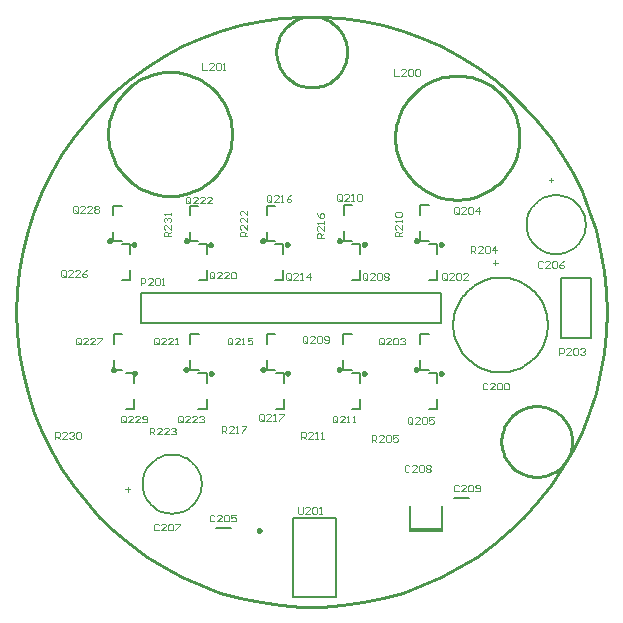
<source format=gto>
%FSDAX23Y23*%
%MOIN*%
%SFA1B1*%

%IPPOS*%
%ADD32C,0.007900*%
%ADD33C,0.009800*%
%ADD34C,0.010000*%
%ADD35C,0.003900*%
%LNdriver-1*%
%LPD*%
G54D32*
X03482Y03000D02*
D01*
X03482Y03010*
X03480Y03021*
X03479Y03032*
X03476Y03043*
X03473Y03053*
X03468Y03064*
X03464Y03073*
X03458Y03083*
X03452Y03092*
X03445Y03101*
X03438Y03109*
X03430Y03117*
X03421Y03124*
X03413Y03130*
X03403Y03136*
X03394Y03141*
X03384Y03146*
X03373Y03149*
X03363Y03152*
X03352Y03155*
X03341Y03156*
X03330Y03157*
X03319*
X03308Y03156*
X03297Y03155*
X03286Y03152*
X03276Y03149*
X03265Y03146*
X03255Y03141*
X03246Y03136*
X03236Y03130*
X03228Y03124*
X03219Y03117*
X03211Y03109*
X03204Y03101*
X03197Y03092*
X03191Y03083*
X03185Y03073*
X03181Y03064*
X03176Y03053*
X03173Y03043*
X03170Y03032*
X03169Y03021*
X03167Y03010*
X03167Y03000*
X03167Y02989*
X03169Y02978*
X03170Y02967*
X03173Y02956*
X03176Y02946*
X03181Y02935*
X03185Y02926*
X03191Y02916*
X03197Y02907*
X03204Y02898*
X03211Y02890*
X03219Y02882*
X03228Y02875*
X03236Y02869*
X03246Y02863*
X03255Y02858*
X03265Y02853*
X03276Y02850*
X03286Y02847*
X03297Y02844*
X03308Y02843*
X03319Y02842*
X03330*
X03341Y02843*
X03352Y02844*
X03363Y02847*
X03373Y02850*
X03384Y02853*
X03394Y02858*
X03403Y02863*
X03413Y02869*
X03421Y02875*
X03430Y02882*
X03438Y02890*
X03445Y02898*
X03452Y02907*
X03458Y02916*
X03464Y02926*
X03468Y02935*
X03473Y02946*
X03476Y02956*
X03479Y02967*
X03480Y02978*
X03482Y02989*
X03482Y03000*
X03608Y03335D02*
D01*
X03608Y03341*
X03607Y03348*
X03606Y03355*
X03604Y03362*
X03602Y03368*
X03599Y03375*
X03596Y03381*
X03593Y03387*
X03589Y03392*
X03585Y03398*
X03580Y03403*
X03575Y03408*
X03570Y03412*
X03565Y03416*
X03559Y03420*
X03553Y03423*
X03546Y03426*
X03540Y03428*
X03533Y03430*
X03527Y03431*
X03520Y03432*
X03513Y03433*
X03506*
X03499Y03432*
X03492Y03431*
X03486Y03430*
X03479Y03428*
X03473Y03426*
X03466Y03423*
X03460Y03420*
X03454Y03416*
X03449Y03412*
X03444Y03408*
X03439Y03403*
X03434Y03398*
X03430Y03392*
X03426Y03387*
X03423Y03381*
X03420Y03375*
X03417Y03368*
X03415Y03362*
X03413Y03355*
X03412Y03348*
X03411Y03341*
X03411Y03335*
X03411Y03328*
X03412Y03321*
X03413Y03314*
X03415Y03307*
X03417Y03301*
X03420Y03294*
X03423Y03288*
X03426Y03282*
X03430Y03277*
X03434Y03271*
X03439Y03266*
X03444Y03261*
X03449Y03257*
X03454Y03253*
X03460Y03249*
X03466Y03246*
X03473Y03243*
X03479Y03241*
X03486Y03239*
X03492Y03238*
X03499Y03237*
X03506Y03236*
X03513*
X03520Y03237*
X03527Y03238*
X03533Y03239*
X03540Y03241*
X03546Y03243*
X03553Y03246*
X03559Y03249*
X03565Y03253*
X03570Y03257*
X03575Y03261*
X03580Y03266*
X03585Y03271*
X03589Y03277*
X03593Y03282*
X03596Y03288*
X03599Y03294*
X03602Y03301*
X03604Y03307*
X03606Y03314*
X03607Y03321*
X03608Y03328*
X03608Y03335*
X02328Y02470D02*
D01*
X02328Y02476*
X02327Y02483*
X02326Y02490*
X02324Y02497*
X02322Y02503*
X02319Y02510*
X02316Y02516*
X02313Y02522*
X02309Y02527*
X02305Y02533*
X02300Y02538*
X02295Y02543*
X02290Y02547*
X02285Y02551*
X02279Y02555*
X02273Y02558*
X02266Y02561*
X02260Y02563*
X02253Y02565*
X02247Y02566*
X02240Y02567*
X02233Y02568*
X02226*
X02219Y02567*
X02212Y02566*
X02206Y02565*
X02199Y02563*
X02193Y02561*
X02186Y02558*
X02180Y02555*
X02174Y02551*
X02169Y02547*
X02164Y02543*
X02159Y02538*
X02154Y02533*
X02150Y02527*
X02146Y02522*
X02143Y02516*
X02140Y02510*
X02137Y02503*
X02135Y02497*
X02133Y02490*
X02132Y02483*
X02131Y02476*
X02131Y02470*
X02131Y02463*
X02132Y02456*
X02133Y02449*
X02135Y02442*
X02137Y02436*
X02140Y02429*
X02143Y02423*
X02146Y02417*
X02150Y02412*
X02154Y02406*
X02159Y02401*
X02164Y02396*
X02169Y02392*
X02174Y02388*
X02180Y02384*
X02186Y02381*
X02193Y02378*
X02199Y02376*
X02206Y02374*
X02212Y02373*
X02219Y02372*
X02226Y02371*
X02233*
X02240Y02372*
X02247Y02373*
X02253Y02374*
X02260Y02376*
X02266Y02378*
X02273Y02381*
X02279Y02384*
X02285Y02388*
X02290Y02392*
X02295Y02396*
X02300Y02401*
X02305Y02406*
X02309Y02412*
X02313Y02417*
X02316Y02423*
X02319Y02429*
X02322Y02436*
X02324Y02442*
X02326Y02449*
X02327Y02456*
X02328Y02463*
X02328Y02470*
X02125Y03005D02*
Y03105D01*
X03125*
Y03005D02*
Y03105D01*
X03050Y03005D02*
X03125D01*
X02125D02*
X03050D01*
X03169Y02424D02*
X03220D01*
X02374Y02324D02*
X02425D01*
X03021Y02312D02*
Y02397D01*
X03128Y02312D02*
Y02397D01*
X03021Y02312D02*
X03128D01*
X03021Y02320D02*
X03128D01*
X03525Y02955D02*
X03625D01*
X03525D02*
Y03155D01*
X03625*
Y02955D02*
Y03155D01*
X03085Y03269D02*
X03112D01*
Y03237D02*
Y03269D01*
X03085Y03150D02*
X03112D01*
Y03182*
X03057Y02850D02*
X03085D01*
X03057D02*
Y02882D01*
Y02969D02*
X03085D01*
X03057Y02937D02*
Y02969D01*
Y03280D02*
X03085D01*
X03057D02*
Y03312D01*
Y03399D02*
X03085D01*
X03057Y03367D02*
Y03399D01*
X03085Y02840D02*
X03112D01*
Y02808D02*
Y02840D01*
X03085Y02721D02*
X03112D01*
Y02753*
X02828Y03269D02*
X02855D01*
Y03237D02*
Y03269D01*
X02828Y03150D02*
X02855D01*
Y03182*
X02800Y02850D02*
X02828D01*
X02800D02*
Y02882D01*
Y02969D02*
X02828D01*
X02800Y02937D02*
Y02969D01*
X02801Y03280D02*
X02829D01*
X02801D02*
Y03312D01*
Y03399D02*
X02829D01*
X02801Y03367D02*
Y03399D01*
X02828Y02840D02*
X02855D01*
Y02808D02*
Y02840D01*
X02828Y02721D02*
X02855D01*
Y02753*
X02573Y03269D02*
X02600D01*
Y03237D02*
Y03269D01*
X02573Y03150D02*
X02600D01*
Y03182*
X02545Y02850D02*
X02573D01*
X02545D02*
Y02882D01*
Y02969D02*
X02573D01*
X02545Y02937D02*
Y02969D01*
X02544Y03279D02*
X02572D01*
X02544D02*
Y03311D01*
Y03398D02*
X02572D01*
X02544Y03366D02*
Y03398D01*
X02574Y02840D02*
X02601D01*
Y02808D02*
Y02840D01*
X02574Y02721D02*
X02601D01*
Y02753*
X02318Y03269D02*
X02345D01*
Y03237D02*
Y03269D01*
X02318Y03150D02*
X02345D01*
Y03182*
X02290Y02850D02*
X02318D01*
X02290D02*
Y02882D01*
Y02969D02*
X02318D01*
X02290Y02937D02*
Y02969D01*
X02288Y03279D02*
X02316D01*
X02288D02*
Y03311D01*
Y03398D02*
X02316D01*
X02288Y03366D02*
Y03398D01*
X02317Y02840D02*
X02344D01*
Y02808D02*
Y02840D01*
X02317Y02721D02*
X02344D01*
Y02753*
X02063Y03269D02*
X02090D01*
Y03237D02*
Y03269D01*
X02063Y03150D02*
X02090D01*
Y03182*
X02035Y02850D02*
X02063D01*
X02035D02*
Y02882D01*
Y02969D02*
X02063D01*
X02035Y02937D02*
Y02969D01*
X02033Y03279D02*
X02061D01*
X02033D02*
Y03311D01*
Y03398D02*
X02061D01*
X02033Y03366D02*
Y03398D01*
X02075Y02839D02*
X02102D01*
Y02807D02*
Y02839D01*
X02075Y02720D02*
X02102D01*
Y02752*
X02777Y02093D02*
Y02356D01*
X02632Y02093D02*
X02777D01*
X02632D02*
Y02356D01*
X02777*
G54D33*
X03386Y03625D02*
D01*
X03386Y03639*
X03384Y03653*
X03382Y03667*
X03378Y03681*
X03374Y03695*
X03368Y03709*
X03362Y03722*
X03355Y03734*
X03347Y03746*
X03338Y03757*
X03328Y03768*
X03318Y03778*
X03307Y03787*
X03295Y03796*
X03283Y03804*
X03270Y03810*
X03257Y03816*
X03243Y03821*
X03230Y03825*
X03215Y03828*
X03201Y03830*
X03187Y03831*
X03172*
X03158Y03830*
X03144Y03828*
X03129Y03825*
X03116Y03821*
X03102Y03816*
X03089Y03810*
X03076Y03804*
X03064Y03796*
X03052Y03787*
X03041Y03778*
X03031Y03768*
X03021Y03757*
X03012Y03746*
X03004Y03734*
X02997Y03722*
X02991Y03709*
X02985Y03695*
X02981Y03681*
X02977Y03667*
X02975Y03653*
X02973Y03639*
X02973Y03625*
X02973Y03610*
X02975Y03596*
X02977Y03582*
X02981Y03568*
X02985Y03554*
X02991Y03540*
X02997Y03527*
X03004Y03515*
X03012Y03503*
X03021Y03492*
X03031Y03481*
X03041Y03471*
X03052Y03462*
X03064Y03453*
X03076Y03445*
X03089Y03439*
X03102Y03433*
X03116Y03428*
X03129Y03424*
X03144Y03421*
X03158Y03419*
X03172Y03418*
X03187*
X03201Y03419*
X03215Y03421*
X03230Y03424*
X03243Y03428*
X03257Y03433*
X03270Y03439*
X03283Y03445*
X03295Y03453*
X03307Y03462*
X03318Y03471*
X03328Y03481*
X03338Y03492*
X03347Y03503*
X03355Y03515*
X03362Y03527*
X03368Y03540*
X03374Y03554*
X03378Y03568*
X03382Y03582*
X03384Y03596*
X03386Y03610*
X03386Y03625*
X02429Y03637D02*
D01*
X02429Y03651*
X02427Y03665*
X02425Y03679*
X02421Y03693*
X02417Y03707*
X02411Y03721*
X02405Y03734*
X02398Y03746*
X02390Y03758*
X02381Y03769*
X02371Y03780*
X02361Y03790*
X02350Y03799*
X02338Y03808*
X02326Y03816*
X02313Y03822*
X02300Y03828*
X02286Y03833*
X02273Y03837*
X02258Y03840*
X02244Y03842*
X02230Y03843*
X02215*
X02201Y03842*
X02187Y03840*
X02172Y03837*
X02159Y03833*
X02145Y03828*
X02132Y03822*
X02119Y03816*
X02107Y03808*
X02095Y03799*
X02084Y03790*
X02074Y03780*
X02064Y03769*
X02055Y03758*
X02047Y03746*
X02040Y03734*
X02034Y03721*
X02028Y03707*
X02024Y03693*
X02020Y03679*
X02018Y03665*
X02016Y03651*
X02016Y03637*
X02016Y03622*
X02018Y03608*
X02020Y03594*
X02024Y03580*
X02028Y03566*
X02034Y03552*
X02040Y03539*
X02047Y03527*
X02055Y03515*
X02064Y03504*
X02074Y03493*
X02084Y03483*
X02095Y03474*
X02107Y03465*
X02119Y03457*
X02132Y03451*
X02145Y03445*
X02159Y03440*
X02172Y03436*
X02187Y03433*
X02201Y03431*
X02215Y03430*
X02230*
X02244Y03431*
X02258Y03433*
X02273Y03436*
X02286Y03440*
X02300Y03445*
X02313Y03451*
X02326Y03457*
X02338Y03465*
X02350Y03474*
X02361Y03483*
X02371Y03493*
X02381Y03504*
X02390Y03515*
X02398Y03527*
X02405Y03539*
X02411Y03552*
X02417Y03566*
X02421Y03580*
X02425Y03594*
X02427Y03608*
X02429Y03622*
X02429Y03637*
X03048Y03280D02*
D01*
X03048Y03281*
X03048Y03281*
X03048Y03281*
X03048Y03282*
X03048Y03282*
X03048Y03282*
X03048Y03283*
X03047Y03283*
X03047Y03283*
X03047Y03284*
X03047Y03284*
X03046Y03284*
X03046Y03284*
X03046Y03284*
X03046Y03285*
X03045Y03285*
X03045Y03285*
X03045Y03285*
X03044Y03285*
X03044Y03285*
X03044Y03285*
X03043Y03285*
X03043*
X03043Y03285*
X03042Y03285*
X03042Y03285*
X03042Y03285*
X03041Y03285*
X03041Y03285*
X03041Y03285*
X03040Y03284*
X03040Y03284*
X03040Y03284*
X03040Y03284*
X03039Y03284*
X03039Y03283*
X03039Y03283*
X03039Y03283*
X03039Y03282*
X03039Y03282*
X03038Y03282*
X03038Y03281*
X03038Y03281*
X03038Y03281*
X03038Y03280*
X03038Y03280*
X03038Y03280*
X03038Y03279*
X03038Y03279*
X03039Y03279*
X03039Y03278*
X03039Y03278*
X03039Y03278*
X03039Y03278*
X03039Y03277*
X03040Y03277*
X03040Y03277*
X03040Y03277*
X03040Y03276*
X03041Y03276*
X03041Y03276*
X03041Y03276*
X03042Y03276*
X03042Y03276*
X03042Y03276*
X03043Y03276*
X03043Y03276*
X03043*
X03044Y03276*
X03044Y03276*
X03044Y03276*
X03045Y03276*
X03045Y03276*
X03045Y03276*
X03046Y03276*
X03046Y03276*
X03046Y03277*
X03046Y03277*
X03047Y03277*
X03047Y03277*
X03047Y03278*
X03047Y03278*
X03048Y03278*
X03048Y03278*
X03048Y03279*
X03048Y03279*
X03048Y03279*
X03048Y03280*
X03048Y03280*
X03048Y03280*
X03131Y02839D02*
D01*
X03131Y02839*
X03131Y02839*
X03131Y02840*
X03131Y02840*
X03131Y02840*
X03130Y02841*
X03130Y02841*
X03130Y02841*
X03130Y02841*
X03130Y02842*
X03129Y02842*
X03129Y02842*
X03129Y02842*
X03129Y02843*
X03128Y02843*
X03128Y02843*
X03128Y02843*
X03127Y02843*
X03127Y02843*
X03127Y02843*
X03126Y02843*
X03126Y02843*
X03126*
X03125Y02843*
X03125Y02843*
X03125Y02843*
X03124Y02843*
X03124Y02843*
X03124Y02843*
X03123Y02843*
X03123Y02843*
X03123Y02842*
X03123Y02842*
X03122Y02842*
X03122Y02842*
X03122Y02841*
X03122Y02841*
X03122Y02841*
X03121Y02841*
X03121Y02840*
X03121Y02840*
X03121Y02840*
X03121Y02839*
X03121Y02839*
X03121Y02839*
X03121Y02838*
X03121Y02838*
X03121Y02838*
X03121Y02837*
X03121Y02837*
X03121Y02837*
X03122Y02836*
X03122Y02836*
X03122Y02836*
X03122Y02835*
X03122Y02835*
X03123Y02835*
X03123Y02835*
X03123Y02835*
X03123Y02834*
X03124Y02834*
X03124Y02834*
X03124Y02834*
X03125Y02834*
X03125Y02834*
X03125Y02834*
X03126Y02834*
X03126*
X03126Y02834*
X03127Y02834*
X03127Y02834*
X03127Y02834*
X03128Y02834*
X03128Y02834*
X03128Y02834*
X03129Y02835*
X03129Y02835*
X03129Y02835*
X03129Y02835*
X03130Y02835*
X03130Y02836*
X03130Y02836*
X03130Y02836*
X03130Y02837*
X03131Y02837*
X03131Y02837*
X03131Y02838*
X03131Y02838*
X03131Y02838*
X03131Y02839*
Y03269D02*
D01*
X03131Y03269*
X03131Y03269*
X03131Y03270*
X03131Y03270*
X03131Y03270*
X03130Y03271*
X03130Y03271*
X03130Y03271*
X03130Y03271*
X03130Y03272*
X03129Y03272*
X03129Y03272*
X03129Y03272*
X03129Y03273*
X03128Y03273*
X03128Y03273*
X03128Y03273*
X03127Y03273*
X03127Y03273*
X03127Y03273*
X03126Y03273*
X03126Y03273*
X03126*
X03125Y03273*
X03125Y03273*
X03125Y03273*
X03124Y03273*
X03124Y03273*
X03124Y03273*
X03123Y03273*
X03123Y03273*
X03123Y03272*
X03123Y03272*
X03122Y03272*
X03122Y03272*
X03122Y03271*
X03122Y03271*
X03122Y03271*
X03121Y03271*
X03121Y03270*
X03121Y03270*
X03121Y03270*
X03121Y03269*
X03121Y03269*
X03121Y03269*
X03121Y03268*
X03121Y03268*
X03121Y03268*
X03121Y03267*
X03121Y03267*
X03121Y03267*
X03122Y03266*
X03122Y03266*
X03122Y03266*
X03122Y03265*
X03122Y03265*
X03123Y03265*
X03123Y03265*
X03123Y03265*
X03123Y03264*
X03124Y03264*
X03124Y03264*
X03124Y03264*
X03125Y03264*
X03125Y03264*
X03125Y03264*
X03126Y03264*
X03126*
X03126Y03264*
X03127Y03264*
X03127Y03264*
X03127Y03264*
X03128Y03264*
X03128Y03264*
X03128Y03264*
X03129Y03265*
X03129Y03265*
X03129Y03265*
X03129Y03265*
X03130Y03265*
X03130Y03266*
X03130Y03266*
X03130Y03266*
X03130Y03267*
X03131Y03267*
X03131Y03267*
X03131Y03268*
X03131Y03268*
X03131Y03268*
X03131Y03269*
X03048Y02851D02*
D01*
X03048Y02852*
X03048Y02852*
X03048Y02852*
X03048Y02853*
X03048Y02853*
X03048Y02853*
X03048Y02854*
X03047Y02854*
X03047Y02854*
X03047Y02855*
X03047Y02855*
X03046Y02855*
X03046Y02855*
X03046Y02855*
X03046Y02856*
X03045Y02856*
X03045Y02856*
X03045Y02856*
X03044Y02856*
X03044Y02856*
X03044Y02856*
X03043Y02856*
X03043*
X03043Y02856*
X03042Y02856*
X03042Y02856*
X03042Y02856*
X03041Y02856*
X03041Y02856*
X03041Y02856*
X03040Y02855*
X03040Y02855*
X03040Y02855*
X03040Y02855*
X03039Y02855*
X03039Y02854*
X03039Y02854*
X03039Y02854*
X03039Y02853*
X03039Y02853*
X03038Y02853*
X03038Y02852*
X03038Y02852*
X03038Y02852*
X03038Y02851*
X03038Y02851*
X03038Y02851*
X03038Y02850*
X03038Y02850*
X03039Y02850*
X03039Y02849*
X03039Y02849*
X03039Y02849*
X03039Y02849*
X03039Y02848*
X03040Y02848*
X03040Y02848*
X03040Y02848*
X03040Y02847*
X03041Y02847*
X03041Y02847*
X03041Y02847*
X03042Y02847*
X03042Y02847*
X03042Y02847*
X03043Y02847*
X03043Y02847*
X03043*
X03044Y02847*
X03044Y02847*
X03044Y02847*
X03045Y02847*
X03045Y02847*
X03045Y02847*
X03046Y02847*
X03046Y02847*
X03046Y02848*
X03046Y02848*
X03047Y02848*
X03047Y02848*
X03047Y02849*
X03047Y02849*
X03048Y02849*
X03048Y02849*
X03048Y02850*
X03048Y02850*
X03048Y02850*
X03048Y02851*
X03048Y02851*
X03048Y02851*
X02791Y03280D02*
D01*
X02791Y03281*
X02791Y03281*
X02791Y03281*
X02791Y03282*
X02791Y03282*
X02791Y03282*
X02791Y03283*
X02790Y03283*
X02790Y03283*
X02790Y03284*
X02790Y03284*
X02789Y03284*
X02789Y03284*
X02789Y03284*
X02789Y03285*
X02788Y03285*
X02788Y03285*
X02788Y03285*
X02787Y03285*
X02787Y03285*
X02787Y03285*
X02786Y03285*
X02786*
X02786Y03285*
X02785Y03285*
X02785Y03285*
X02785Y03285*
X02784Y03285*
X02784Y03285*
X02784Y03285*
X02783Y03284*
X02783Y03284*
X02783Y03284*
X02783Y03284*
X02782Y03284*
X02782Y03283*
X02782Y03283*
X02782Y03283*
X02782Y03282*
X02782Y03282*
X02781Y03282*
X02781Y03281*
X02781Y03281*
X02781Y03281*
X02781Y03280*
X02781Y03280*
X02781Y03280*
X02781Y03279*
X02781Y03279*
X02782Y03279*
X02782Y03278*
X02782Y03278*
X02782Y03278*
X02782Y03278*
X02782Y03277*
X02783Y03277*
X02783Y03277*
X02783Y03277*
X02783Y03276*
X02784Y03276*
X02784Y03276*
X02784Y03276*
X02785Y03276*
X02785Y03276*
X02785Y03276*
X02786Y03276*
X02786Y03276*
X02786*
X02787Y03276*
X02787Y03276*
X02787Y03276*
X02788Y03276*
X02788Y03276*
X02788Y03276*
X02789Y03276*
X02789Y03276*
X02789Y03277*
X02789Y03277*
X02790Y03277*
X02790Y03277*
X02790Y03278*
X02790Y03278*
X02791Y03278*
X02791Y03278*
X02791Y03279*
X02791Y03279*
X02791Y03279*
X02791Y03280*
X02791Y03280*
X02791Y03280*
X02874Y02839D02*
D01*
X02874Y02839*
X02874Y02839*
X02874Y02840*
X02874Y02840*
X02874Y02840*
X02873Y02841*
X02873Y02841*
X02873Y02841*
X02873Y02841*
X02873Y02842*
X02872Y02842*
X02872Y02842*
X02872Y02842*
X02872Y02843*
X02871Y02843*
X02871Y02843*
X02871Y02843*
X02870Y02843*
X02870Y02843*
X02870Y02843*
X02869Y02843*
X02869Y02843*
X02869*
X02868Y02843*
X02868Y02843*
X02868Y02843*
X02867Y02843*
X02867Y02843*
X02867Y02843*
X02866Y02843*
X02866Y02843*
X02866Y02842*
X02866Y02842*
X02865Y02842*
X02865Y02842*
X02865Y02841*
X02865Y02841*
X02865Y02841*
X02864Y02841*
X02864Y02840*
X02864Y02840*
X02864Y02840*
X02864Y02839*
X02864Y02839*
X02864Y02839*
X02864Y02838*
X02864Y02838*
X02864Y02838*
X02864Y02837*
X02864Y02837*
X02864Y02837*
X02865Y02836*
X02865Y02836*
X02865Y02836*
X02865Y02835*
X02865Y02835*
X02866Y02835*
X02866Y02835*
X02866Y02835*
X02866Y02834*
X02867Y02834*
X02867Y02834*
X02867Y02834*
X02868Y02834*
X02868Y02834*
X02868Y02834*
X02869Y02834*
X02869*
X02869Y02834*
X02870Y02834*
X02870Y02834*
X02870Y02834*
X02871Y02834*
X02871Y02834*
X02871Y02834*
X02872Y02835*
X02872Y02835*
X02872Y02835*
X02872Y02835*
X02873Y02835*
X02873Y02836*
X02873Y02836*
X02873Y02836*
X02873Y02837*
X02874Y02837*
X02874Y02837*
X02874Y02838*
X02874Y02838*
X02874Y02838*
X02874Y02839*
X02875Y03269D02*
D01*
X02875Y03269*
X02875Y03269*
X02875Y03270*
X02875Y03270*
X02875Y03270*
X02874Y03271*
X02874Y03271*
X02874Y03271*
X02874Y03271*
X02874Y03272*
X02873Y03272*
X02873Y03272*
X02873Y03272*
X02873Y03273*
X02872Y03273*
X02872Y03273*
X02872Y03273*
X02871Y03273*
X02871Y03273*
X02871Y03273*
X02870Y03273*
X02870Y03273*
X02870*
X02869Y03273*
X02869Y03273*
X02869Y03273*
X02868Y03273*
X02868Y03273*
X02868Y03273*
X02867Y03273*
X02867Y03273*
X02867Y03272*
X02867Y03272*
X02866Y03272*
X02866Y03272*
X02866Y03271*
X02866Y03271*
X02866Y03271*
X02865Y03271*
X02865Y03270*
X02865Y03270*
X02865Y03270*
X02865Y03269*
X02865Y03269*
X02865Y03269*
X02865Y03268*
X02865Y03268*
X02865Y03268*
X02865Y03267*
X02865Y03267*
X02865Y03267*
X02866Y03266*
X02866Y03266*
X02866Y03266*
X02866Y03265*
X02866Y03265*
X02867Y03265*
X02867Y03265*
X02867Y03265*
X02867Y03264*
X02868Y03264*
X02868Y03264*
X02868Y03264*
X02869Y03264*
X02869Y03264*
X02869Y03264*
X02870Y03264*
X02870*
X02870Y03264*
X02871Y03264*
X02871Y03264*
X02871Y03264*
X02872Y03264*
X02872Y03264*
X02872Y03264*
X02873Y03265*
X02873Y03265*
X02873Y03265*
X02873Y03265*
X02874Y03265*
X02874Y03266*
X02874Y03266*
X02874Y03266*
X02874Y03267*
X02875Y03267*
X02875Y03267*
X02875Y03268*
X02875Y03268*
X02875Y03268*
X02875Y03269*
X02791Y02851D02*
D01*
X02791Y02852*
X02791Y02852*
X02791Y02852*
X02791Y02853*
X02791Y02853*
X02791Y02853*
X02791Y02854*
X02790Y02854*
X02790Y02854*
X02790Y02855*
X02790Y02855*
X02789Y02855*
X02789Y02855*
X02789Y02855*
X02789Y02856*
X02788Y02856*
X02788Y02856*
X02788Y02856*
X02787Y02856*
X02787Y02856*
X02787Y02856*
X02786Y02856*
X02786*
X02786Y02856*
X02785Y02856*
X02785Y02856*
X02785Y02856*
X02784Y02856*
X02784Y02856*
X02784Y02856*
X02783Y02855*
X02783Y02855*
X02783Y02855*
X02783Y02855*
X02782Y02855*
X02782Y02854*
X02782Y02854*
X02782Y02854*
X02782Y02853*
X02782Y02853*
X02781Y02853*
X02781Y02852*
X02781Y02852*
X02781Y02852*
X02781Y02851*
X02781Y02851*
X02781Y02851*
X02781Y02850*
X02781Y02850*
X02782Y02850*
X02782Y02849*
X02782Y02849*
X02782Y02849*
X02782Y02849*
X02782Y02848*
X02783Y02848*
X02783Y02848*
X02783Y02848*
X02783Y02847*
X02784Y02847*
X02784Y02847*
X02784Y02847*
X02785Y02847*
X02785Y02847*
X02785Y02847*
X02786Y02847*
X02786Y02847*
X02786*
X02787Y02847*
X02787Y02847*
X02787Y02847*
X02788Y02847*
X02788Y02847*
X02788Y02847*
X02789Y02847*
X02789Y02847*
X02789Y02848*
X02789Y02848*
X02790Y02848*
X02790Y02848*
X02790Y02849*
X02790Y02849*
X02791Y02849*
X02791Y02849*
X02791Y02850*
X02791Y02850*
X02791Y02850*
X02791Y02851*
X02791Y02851*
X02791Y02851*
X02536Y03280D02*
D01*
X02536Y03281*
X02536Y03281*
X02536Y03281*
X02536Y03282*
X02536Y03282*
X02536Y03282*
X02536Y03283*
X02535Y03283*
X02535Y03283*
X02535Y03284*
X02535Y03284*
X02534Y03284*
X02534Y03284*
X02534Y03284*
X02534Y03285*
X02533Y03285*
X02533Y03285*
X02533Y03285*
X02532Y03285*
X02532Y03285*
X02532Y03285*
X02531Y03285*
X02531*
X02531Y03285*
X02530Y03285*
X02530Y03285*
X02530Y03285*
X02529Y03285*
X02529Y03285*
X02529Y03285*
X02528Y03284*
X02528Y03284*
X02528Y03284*
X02528Y03284*
X02527Y03284*
X02527Y03283*
X02527Y03283*
X02527Y03283*
X02527Y03282*
X02527Y03282*
X02526Y03282*
X02526Y03281*
X02526Y03281*
X02526Y03281*
X02526Y03280*
X02526Y03280*
X02526Y03280*
X02526Y03279*
X02526Y03279*
X02527Y03279*
X02527Y03278*
X02527Y03278*
X02527Y03278*
X02527Y03278*
X02527Y03277*
X02528Y03277*
X02528Y03277*
X02528Y03277*
X02528Y03276*
X02529Y03276*
X02529Y03276*
X02529Y03276*
X02530Y03276*
X02530Y03276*
X02530Y03276*
X02531Y03276*
X02531Y03276*
X02531*
X02532Y03276*
X02532Y03276*
X02532Y03276*
X02533Y03276*
X02533Y03276*
X02533Y03276*
X02534Y03276*
X02534Y03276*
X02534Y03277*
X02534Y03277*
X02535Y03277*
X02535Y03277*
X02535Y03278*
X02535Y03278*
X02536Y03278*
X02536Y03278*
X02536Y03279*
X02536Y03279*
X02536Y03279*
X02536Y03280*
X02536Y03280*
X02536Y03280*
X02619Y02839D02*
D01*
X02619Y02839*
X02619Y02839*
X02619Y02840*
X02619Y02840*
X02619Y02840*
X02618Y02841*
X02618Y02841*
X02618Y02841*
X02618Y02841*
X02618Y02842*
X02617Y02842*
X02617Y02842*
X02617Y02842*
X02617Y02843*
X02616Y02843*
X02616Y02843*
X02616Y02843*
X02615Y02843*
X02615Y02843*
X02615Y02843*
X02614Y02843*
X02614Y02843*
X02614*
X02613Y02843*
X02613Y02843*
X02613Y02843*
X02612Y02843*
X02612Y02843*
X02612Y02843*
X02611Y02843*
X02611Y02843*
X02611Y02842*
X02611Y02842*
X02610Y02842*
X02610Y02842*
X02610Y02841*
X02610Y02841*
X02610Y02841*
X02609Y02841*
X02609Y02840*
X02609Y02840*
X02609Y02840*
X02609Y02839*
X02609Y02839*
X02609Y02839*
X02609Y02838*
X02609Y02838*
X02609Y02838*
X02609Y02837*
X02609Y02837*
X02609Y02837*
X02610Y02836*
X02610Y02836*
X02610Y02836*
X02610Y02835*
X02610Y02835*
X02611Y02835*
X02611Y02835*
X02611Y02835*
X02611Y02834*
X02612Y02834*
X02612Y02834*
X02612Y02834*
X02613Y02834*
X02613Y02834*
X02613Y02834*
X02614Y02834*
X02614*
X02614Y02834*
X02615Y02834*
X02615Y02834*
X02615Y02834*
X02616Y02834*
X02616Y02834*
X02616Y02834*
X02617Y02835*
X02617Y02835*
X02617Y02835*
X02617Y02835*
X02618Y02835*
X02618Y02836*
X02618Y02836*
X02618Y02836*
X02618Y02837*
X02619Y02837*
X02619Y02837*
X02619Y02838*
X02619Y02838*
X02619Y02838*
X02619Y02839*
X02618Y03268D02*
D01*
X02618Y03268*
X02618Y03268*
X02618Y03269*
X02618Y03269*
X02618Y03269*
X02617Y03270*
X02617Y03270*
X02617Y03270*
X02617Y03270*
X02617Y03271*
X02616Y03271*
X02616Y03271*
X02616Y03271*
X02616Y03272*
X02615Y03272*
X02615Y03272*
X02615Y03272*
X02614Y03272*
X02614Y03272*
X02614Y03272*
X02613Y03272*
X02613Y03272*
X02613*
X02612Y03272*
X02612Y03272*
X02612Y03272*
X02611Y03272*
X02611Y03272*
X02611Y03272*
X02610Y03272*
X02610Y03272*
X02610Y03271*
X02610Y03271*
X02609Y03271*
X02609Y03271*
X02609Y03270*
X02609Y03270*
X02609Y03270*
X02608Y03270*
X02608Y03269*
X02608Y03269*
X02608Y03269*
X02608Y03268*
X02608Y03268*
X02608Y03268*
X02608Y03267*
X02608Y03267*
X02608Y03267*
X02608Y03266*
X02608Y03266*
X02608Y03266*
X02609Y03265*
X02609Y03265*
X02609Y03265*
X02609Y03264*
X02609Y03264*
X02610Y03264*
X02610Y03264*
X02610Y03264*
X02610Y03263*
X02611Y03263*
X02611Y03263*
X02611Y03263*
X02612Y03263*
X02612Y03263*
X02612Y03263*
X02613Y03263*
X02613*
X02613Y03263*
X02614Y03263*
X02614Y03263*
X02614Y03263*
X02615Y03263*
X02615Y03263*
X02615Y03263*
X02616Y03264*
X02616Y03264*
X02616Y03264*
X02616Y03264*
X02617Y03264*
X02617Y03265*
X02617Y03265*
X02617Y03265*
X02617Y03266*
X02618Y03266*
X02618Y03266*
X02618Y03267*
X02618Y03267*
X02618Y03267*
X02618Y03268*
X02537Y02851D02*
D01*
X02537Y02852*
X02537Y02852*
X02537Y02852*
X02537Y02853*
X02537Y02853*
X02537Y02853*
X02537Y02854*
X02536Y02854*
X02536Y02854*
X02536Y02855*
X02536Y02855*
X02535Y02855*
X02535Y02855*
X02535Y02855*
X02535Y02856*
X02534Y02856*
X02534Y02856*
X02534Y02856*
X02533Y02856*
X02533Y02856*
X02533Y02856*
X02532Y02856*
X02532*
X02532Y02856*
X02531Y02856*
X02531Y02856*
X02531Y02856*
X02530Y02856*
X02530Y02856*
X02530Y02856*
X02529Y02855*
X02529Y02855*
X02529Y02855*
X02529Y02855*
X02528Y02855*
X02528Y02854*
X02528Y02854*
X02528Y02854*
X02528Y02853*
X02528Y02853*
X02527Y02853*
X02527Y02852*
X02527Y02852*
X02527Y02852*
X02527Y02851*
X02527Y02851*
X02527Y02851*
X02527Y02850*
X02527Y02850*
X02528Y02850*
X02528Y02849*
X02528Y02849*
X02528Y02849*
X02528Y02849*
X02528Y02848*
X02529Y02848*
X02529Y02848*
X02529Y02848*
X02529Y02847*
X02530Y02847*
X02530Y02847*
X02530Y02847*
X02531Y02847*
X02531Y02847*
X02531Y02847*
X02532Y02847*
X02532Y02847*
X02532*
X02533Y02847*
X02533Y02847*
X02533Y02847*
X02534Y02847*
X02534Y02847*
X02534Y02847*
X02535Y02847*
X02535Y02847*
X02535Y02848*
X02535Y02848*
X02536Y02848*
X02536Y02848*
X02536Y02849*
X02536Y02849*
X02537Y02849*
X02537Y02849*
X02537Y02850*
X02537Y02850*
X02537Y02850*
X02537Y02851*
X02537Y02851*
X02537Y02851*
X02281Y03280D02*
D01*
X02281Y03281*
X02281Y03281*
X02281Y03281*
X02281Y03282*
X02281Y03282*
X02281Y03282*
X02281Y03283*
X02280Y03283*
X02280Y03283*
X02280Y03284*
X02280Y03284*
X02279Y03284*
X02279Y03284*
X02279Y03284*
X02279Y03285*
X02278Y03285*
X02278Y03285*
X02278Y03285*
X02277Y03285*
X02277Y03285*
X02277Y03285*
X02276Y03285*
X02276*
X02276Y03285*
X02275Y03285*
X02275Y03285*
X02275Y03285*
X02274Y03285*
X02274Y03285*
X02274Y03285*
X02273Y03284*
X02273Y03284*
X02273Y03284*
X02273Y03284*
X02272Y03284*
X02272Y03283*
X02272Y03283*
X02272Y03283*
X02272Y03282*
X02272Y03282*
X02271Y03282*
X02271Y03281*
X02271Y03281*
X02271Y03281*
X02271Y03280*
X02271Y03280*
X02271Y03280*
X02271Y03279*
X02271Y03279*
X02272Y03279*
X02272Y03278*
X02272Y03278*
X02272Y03278*
X02272Y03278*
X02272Y03277*
X02273Y03277*
X02273Y03277*
X02273Y03277*
X02273Y03276*
X02274Y03276*
X02274Y03276*
X02274Y03276*
X02275Y03276*
X02275Y03276*
X02275Y03276*
X02276Y03276*
X02276Y03276*
X02276*
X02277Y03276*
X02277Y03276*
X02277Y03276*
X02278Y03276*
X02278Y03276*
X02278Y03276*
X02279Y03276*
X02279Y03276*
X02279Y03277*
X02279Y03277*
X02280Y03277*
X02280Y03277*
X02280Y03278*
X02280Y03278*
X02281Y03278*
X02281Y03278*
X02281Y03279*
X02281Y03279*
X02281Y03279*
X02281Y03280*
X02281Y03280*
X02281Y03280*
X02364Y02839D02*
D01*
X02364Y02839*
X02364Y02839*
X02364Y02840*
X02364Y02840*
X02364Y02840*
X02363Y02841*
X02363Y02841*
X02363Y02841*
X02363Y02841*
X02363Y02842*
X02362Y02842*
X02362Y02842*
X02362Y02842*
X02362Y02843*
X02361Y02843*
X02361Y02843*
X02361Y02843*
X02360Y02843*
X02360Y02843*
X02360Y02843*
X02359Y02843*
X02359Y02843*
X02359*
X02358Y02843*
X02358Y02843*
X02358Y02843*
X02357Y02843*
X02357Y02843*
X02357Y02843*
X02356Y02843*
X02356Y02843*
X02356Y02842*
X02356Y02842*
X02355Y02842*
X02355Y02842*
X02355Y02841*
X02355Y02841*
X02355Y02841*
X02354Y02841*
X02354Y02840*
X02354Y02840*
X02354Y02840*
X02354Y02839*
X02354Y02839*
X02354Y02839*
X02354Y02838*
X02354Y02838*
X02354Y02838*
X02354Y02837*
X02354Y02837*
X02354Y02837*
X02355Y02836*
X02355Y02836*
X02355Y02836*
X02355Y02835*
X02355Y02835*
X02356Y02835*
X02356Y02835*
X02356Y02835*
X02356Y02834*
X02357Y02834*
X02357Y02834*
X02357Y02834*
X02358Y02834*
X02358Y02834*
X02358Y02834*
X02359Y02834*
X02359*
X02359Y02834*
X02360Y02834*
X02360Y02834*
X02360Y02834*
X02361Y02834*
X02361Y02834*
X02361Y02834*
X02362Y02835*
X02362Y02835*
X02362Y02835*
X02362Y02835*
X02363Y02835*
X02363Y02836*
X02363Y02836*
X02363Y02836*
X02363Y02837*
X02364Y02837*
X02364Y02837*
X02364Y02838*
X02364Y02838*
X02364Y02838*
X02364Y02839*
X02362Y03268D02*
D01*
X02362Y03268*
X02362Y03268*
X02362Y03269*
X02362Y03269*
X02362Y03269*
X02361Y03270*
X02361Y03270*
X02361Y03270*
X02361Y03270*
X02361Y03271*
X02360Y03271*
X02360Y03271*
X02360Y03271*
X02360Y03272*
X02359Y03272*
X02359Y03272*
X02359Y03272*
X02358Y03272*
X02358Y03272*
X02358Y03272*
X02357Y03272*
X02357Y03272*
X02357*
X02356Y03272*
X02356Y03272*
X02356Y03272*
X02355Y03272*
X02355Y03272*
X02355Y03272*
X02354Y03272*
X02354Y03272*
X02354Y03271*
X02354Y03271*
X02353Y03271*
X02353Y03271*
X02353Y03270*
X02353Y03270*
X02353Y03270*
X02352Y03270*
X02352Y03269*
X02352Y03269*
X02352Y03269*
X02352Y03268*
X02352Y03268*
X02352Y03268*
X02352Y03267*
X02352Y03267*
X02352Y03267*
X02352Y03266*
X02352Y03266*
X02352Y03266*
X02353Y03265*
X02353Y03265*
X02353Y03265*
X02353Y03264*
X02353Y03264*
X02354Y03264*
X02354Y03264*
X02354Y03264*
X02354Y03263*
X02355Y03263*
X02355Y03263*
X02355Y03263*
X02356Y03263*
X02356Y03263*
X02356Y03263*
X02357Y03263*
X02357*
X02357Y03263*
X02358Y03263*
X02358Y03263*
X02358Y03263*
X02359Y03263*
X02359Y03263*
X02359Y03263*
X02360Y03264*
X02360Y03264*
X02360Y03264*
X02360Y03264*
X02361Y03264*
X02361Y03265*
X02361Y03265*
X02361Y03265*
X02361Y03266*
X02362Y03266*
X02362Y03266*
X02362Y03267*
X02362Y03267*
X02362Y03267*
X02362Y03268*
X02280Y02851D02*
D01*
X02280Y02852*
X02280Y02852*
X02280Y02852*
X02280Y02853*
X02280Y02853*
X02280Y02853*
X02280Y02854*
X02279Y02854*
X02279Y02854*
X02279Y02855*
X02279Y02855*
X02278Y02855*
X02278Y02855*
X02278Y02855*
X02278Y02856*
X02277Y02856*
X02277Y02856*
X02277Y02856*
X02276Y02856*
X02276Y02856*
X02276Y02856*
X02275Y02856*
X02275*
X02275Y02856*
X02274Y02856*
X02274Y02856*
X02274Y02856*
X02273Y02856*
X02273Y02856*
X02273Y02856*
X02272Y02855*
X02272Y02855*
X02272Y02855*
X02272Y02855*
X02271Y02855*
X02271Y02854*
X02271Y02854*
X02271Y02854*
X02271Y02853*
X02271Y02853*
X02270Y02853*
X02270Y02852*
X02270Y02852*
X02270Y02852*
X02270Y02851*
X02270Y02851*
X02270Y02851*
X02270Y02850*
X02270Y02850*
X02271Y02850*
X02271Y02849*
X02271Y02849*
X02271Y02849*
X02271Y02849*
X02271Y02848*
X02272Y02848*
X02272Y02848*
X02272Y02848*
X02272Y02847*
X02273Y02847*
X02273Y02847*
X02273Y02847*
X02274Y02847*
X02274Y02847*
X02274Y02847*
X02275Y02847*
X02275Y02847*
X02275*
X02276Y02847*
X02276Y02847*
X02276Y02847*
X02277Y02847*
X02277Y02847*
X02277Y02847*
X02278Y02847*
X02278Y02847*
X02278Y02848*
X02278Y02848*
X02279Y02848*
X02279Y02848*
X02279Y02849*
X02279Y02849*
X02280Y02849*
X02280Y02849*
X02280Y02850*
X02280Y02850*
X02280Y02850*
X02280Y02851*
X02280Y02851*
X02280Y02851*
X02026Y03280D02*
D01*
X02026Y03281*
X02026Y03281*
X02026Y03281*
X02026Y03282*
X02026Y03282*
X02026Y03282*
X02026Y03283*
X02025Y03283*
X02025Y03283*
X02025Y03284*
X02025Y03284*
X02024Y03284*
X02024Y03284*
X02024Y03284*
X02024Y03285*
X02023Y03285*
X02023Y03285*
X02023Y03285*
X02022Y03285*
X02022Y03285*
X02022Y03285*
X02021Y03285*
X02021*
X02021Y03285*
X02020Y03285*
X02020Y03285*
X02020Y03285*
X02019Y03285*
X02019Y03285*
X02019Y03285*
X02018Y03284*
X02018Y03284*
X02018Y03284*
X02018Y03284*
X02017Y03284*
X02017Y03283*
X02017Y03283*
X02017Y03283*
X02017Y03282*
X02017Y03282*
X02016Y03282*
X02016Y03281*
X02016Y03281*
X02016Y03281*
X02016Y03280*
X02016Y03280*
X02016Y03280*
X02016Y03279*
X02016Y03279*
X02017Y03279*
X02017Y03278*
X02017Y03278*
X02017Y03278*
X02017Y03278*
X02017Y03277*
X02018Y03277*
X02018Y03277*
X02018Y03277*
X02018Y03276*
X02019Y03276*
X02019Y03276*
X02019Y03276*
X02020Y03276*
X02020Y03276*
X02020Y03276*
X02021Y03276*
X02021Y03276*
X02021*
X02022Y03276*
X02022Y03276*
X02022Y03276*
X02023Y03276*
X02023Y03276*
X02023Y03276*
X02024Y03276*
X02024Y03276*
X02024Y03277*
X02024Y03277*
X02025Y03277*
X02025Y03277*
X02025Y03278*
X02025Y03278*
X02026Y03278*
X02026Y03278*
X02026Y03279*
X02026Y03279*
X02026Y03279*
X02026Y03280*
X02026Y03280*
X02026Y03280*
X02109Y02839D02*
D01*
X02109Y02839*
X02109Y02839*
X02109Y02840*
X02109Y02840*
X02109Y02840*
X02108Y02841*
X02108Y02841*
X02108Y02841*
X02108Y02841*
X02108Y02842*
X02107Y02842*
X02107Y02842*
X02107Y02842*
X02107Y02843*
X02106Y02843*
X02106Y02843*
X02106Y02843*
X02105Y02843*
X02105Y02843*
X02105Y02843*
X02104Y02843*
X02104Y02843*
X02104*
X02103Y02843*
X02103Y02843*
X02103Y02843*
X02102Y02843*
X02102Y02843*
X02102Y02843*
X02101Y02843*
X02101Y02843*
X02101Y02842*
X02101Y02842*
X02100Y02842*
X02100Y02842*
X02100Y02841*
X02100Y02841*
X02100Y02841*
X02099Y02841*
X02099Y02840*
X02099Y02840*
X02099Y02840*
X02099Y02839*
X02099Y02839*
X02099Y02839*
X02099Y02838*
X02099Y02838*
X02099Y02838*
X02099Y02837*
X02099Y02837*
X02099Y02837*
X02100Y02836*
X02100Y02836*
X02100Y02836*
X02100Y02835*
X02100Y02835*
X02101Y02835*
X02101Y02835*
X02101Y02835*
X02101Y02834*
X02102Y02834*
X02102Y02834*
X02102Y02834*
X02103Y02834*
X02103Y02834*
X02103Y02834*
X02104Y02834*
X02104*
X02104Y02834*
X02105Y02834*
X02105Y02834*
X02105Y02834*
X02106Y02834*
X02106Y02834*
X02106Y02834*
X02107Y02835*
X02107Y02835*
X02107Y02835*
X02107Y02835*
X02108Y02835*
X02108Y02836*
X02108Y02836*
X02108Y02836*
X02108Y02837*
X02109Y02837*
X02109Y02837*
X02109Y02838*
X02109Y02838*
X02109Y02838*
X02109Y02839*
X02107Y03268D02*
D01*
X02107Y03268*
X02107Y03268*
X02107Y03269*
X02107Y03269*
X02107Y03269*
X02106Y03270*
X02106Y03270*
X02106Y03270*
X02106Y03270*
X02106Y03271*
X02105Y03271*
X02105Y03271*
X02105Y03271*
X02105Y03272*
X02104Y03272*
X02104Y03272*
X02104Y03272*
X02103Y03272*
X02103Y03272*
X02103Y03272*
X02102Y03272*
X02102Y03272*
X02102*
X02101Y03272*
X02101Y03272*
X02101Y03272*
X02100Y03272*
X02100Y03272*
X02100Y03272*
X02099Y03272*
X02099Y03272*
X02099Y03271*
X02099Y03271*
X02098Y03271*
X02098Y03271*
X02098Y03270*
X02098Y03270*
X02098Y03270*
X02097Y03270*
X02097Y03269*
X02097Y03269*
X02097Y03269*
X02097Y03268*
X02097Y03268*
X02097Y03268*
X02097Y03267*
X02097Y03267*
X02097Y03267*
X02097Y03266*
X02097Y03266*
X02097Y03266*
X02098Y03265*
X02098Y03265*
X02098Y03265*
X02098Y03264*
X02098Y03264*
X02099Y03264*
X02099Y03264*
X02099Y03264*
X02099Y03263*
X02100Y03263*
X02100Y03263*
X02100Y03263*
X02101Y03263*
X02101Y03263*
X02101Y03263*
X02102Y03263*
X02102*
X02102Y03263*
X02103Y03263*
X02103Y03263*
X02103Y03263*
X02104Y03263*
X02104Y03263*
X02104Y03263*
X02105Y03264*
X02105Y03264*
X02105Y03264*
X02105Y03264*
X02106Y03264*
X02106Y03265*
X02106Y03265*
X02106Y03265*
X02106Y03266*
X02107Y03266*
X02107Y03266*
X02107Y03267*
X02107Y03267*
X02107Y03267*
X02107Y03268*
X02038Y02850D02*
D01*
X02038Y02851*
X02038Y02851*
X02038Y02851*
X02038Y02852*
X02038Y02852*
X02038Y02852*
X02038Y02853*
X02037Y02853*
X02037Y02853*
X02037Y02854*
X02037Y02854*
X02036Y02854*
X02036Y02854*
X02036Y02854*
X02036Y02855*
X02035Y02855*
X02035Y02855*
X02035Y02855*
X02034Y02855*
X02034Y02855*
X02034Y02855*
X02033Y02855*
X02033*
X02033Y02855*
X02032Y02855*
X02032Y02855*
X02032Y02855*
X02031Y02855*
X02031Y02855*
X02031Y02855*
X02030Y02854*
X02030Y02854*
X02030Y02854*
X02030Y02854*
X02029Y02854*
X02029Y02853*
X02029Y02853*
X02029Y02853*
X02029Y02852*
X02029Y02852*
X02028Y02852*
X02028Y02851*
X02028Y02851*
X02028Y02851*
X02028Y02850*
X02028Y02850*
X02028Y02850*
X02028Y02849*
X02028Y02849*
X02029Y02849*
X02029Y02848*
X02029Y02848*
X02029Y02848*
X02029Y02848*
X02029Y02847*
X02030Y02847*
X02030Y02847*
X02030Y02847*
X02030Y02846*
X02031Y02846*
X02031Y02846*
X02031Y02846*
X02032Y02846*
X02032Y02846*
X02032Y02846*
X02033Y02846*
X02033Y02846*
X02033*
X02034Y02846*
X02034Y02846*
X02034Y02846*
X02035Y02846*
X02035Y02846*
X02035Y02846*
X02036Y02846*
X02036Y02846*
X02036Y02847*
X02036Y02847*
X02037Y02847*
X02037Y02847*
X02037Y02848*
X02037Y02848*
X02038Y02848*
X02038Y02848*
X02038Y02849*
X02038Y02849*
X02038Y02849*
X02038Y02850*
X02038Y02850*
X02038Y02850*
X02524Y02315D02*
D01*
X02524Y02315*
X02524Y02316*
X02524Y02316*
X02524Y02316*
X02524Y02317*
X02524Y02317*
X02524Y02317*
X02524Y02318*
X02523Y02318*
X02523Y02318*
X02523Y02319*
X02523Y02319*
X02523Y02319*
X02522Y02319*
X02522Y02319*
X02522Y02320*
X02521Y02320*
X02521Y02320*
X02521Y02320*
X02520Y02320*
X02520Y02320*
X02520Y02320*
X02519*
X02519Y02320*
X02519Y02320*
X02518Y02320*
X02518Y02320*
X02518Y02320*
X02517Y02320*
X02517Y02319*
X02517Y02319*
X02516Y02319*
X02516Y02319*
X02516Y02319*
X02516Y02318*
X02516Y02318*
X02515Y02318*
X02515Y02317*
X02515Y02317*
X02515Y02317*
X02515Y02316*
X02515Y02316*
X02515Y02316*
X02515Y02315*
X02515Y02315*
X02515Y02315*
X02515Y02314*
X02515Y02314*
X02515Y02314*
X02515Y02313*
X02515Y02313*
X02515Y02313*
X02515Y02313*
X02516Y02312*
X02516Y02312*
X02516Y02312*
X02516Y02311*
X02516Y02311*
X02517Y02311*
X02517Y02311*
X02517Y02311*
X02518Y02311*
X02518Y02310*
X02518Y02310*
X02519Y02310*
X02519Y02310*
X02519Y02310*
X02520*
X02520Y02310*
X02520Y02310*
X02521Y02310*
X02521Y02310*
X02521Y02311*
X02522Y02311*
X02522Y02311*
X02522Y02311*
X02523Y02311*
X02523Y02311*
X02523Y02312*
X02523Y02312*
X02523Y02312*
X02524Y02313*
X02524Y02313*
X02524Y02313*
X02524Y02313*
X02524Y02314*
X02524Y02314*
X02524Y02314*
X02524Y02315*
X02524Y02315*
G54D34*
X03563Y02611D02*
D01*
X03563Y02619*
X03562Y02628*
X03560Y02636*
X03558Y02644*
X03556Y02652*
X03553Y02659*
X03549Y02667*
X03545Y02674*
X03540Y02681*
X03535Y02687*
X03530Y02693*
X03524Y02699*
X03517Y02704*
X03511Y02709*
X03504Y02713*
X03496Y02717*
X03489Y02721*
X03481Y02724*
X03473Y02726*
X03465Y02728*
X03457Y02729*
X03449Y02729*
X03441*
X03432Y02729*
X03424Y02728*
X03416Y02726*
X03408Y02724*
X03400Y02721*
X03393Y02717*
X03386Y02713*
X03379Y02709*
X03372Y02704*
X03366Y02699*
X03360Y02693*
X03354Y02687*
X03349Y02681*
X03345Y02674*
X03340Y02667*
X03337Y02659*
X03334Y02652*
X03331Y02644*
X03329Y02636*
X03328Y02628*
X03327Y02619*
X03327Y02611*
X03327Y02603*
X03328Y02595*
X03329Y02587*
X03331Y02579*
X03334Y02571*
X03337Y02563*
X03340Y02556*
X03345Y02549*
X03349Y02542*
X03354Y02535*
X03360Y02529*
X03366Y02523*
X03372Y02518*
X03379Y02513*
X03386Y02509*
X03393Y02505*
X03400Y02502*
X03408Y02499*
X03416Y02497*
X03424Y02495*
X03432Y02494*
X03441Y02493*
X03449*
X03457Y02494*
X03465Y02495*
X03473Y02497*
X03481Y02499*
X03489Y02502*
X03496Y02505*
X03504Y02509*
X03511Y02513*
X03517Y02518*
X03524Y02523*
X03530Y02529*
X03535Y02535*
X03540Y02542*
X03545Y02549*
X03549Y02556*
X03553Y02563*
X03556Y02571*
X03558Y02579*
X03560Y02587*
X03562Y02595*
X03563Y02603*
X03563Y02611*
X02813Y03910D02*
D01*
X02812Y03919*
X02812Y03927*
X02810Y03935*
X02808Y03943*
X02806Y03951*
X02802Y03958*
X02799Y03966*
X02795Y03973*
X02790Y03980*
X02785Y03986*
X02780Y03992*
X02774Y03998*
X02767Y04003*
X02761Y04008*
X02754Y04013*
X02746Y04017*
X02739Y04020*
X02731Y04023*
X02723Y04025*
X02715Y04027*
X02707Y04028*
X02699Y04028*
X02690*
X02682Y04028*
X02674Y04027*
X02666Y04025*
X02658Y04023*
X02650Y04020*
X02643Y04017*
X02636Y04013*
X02629Y04008*
X02622Y04003*
X02616Y03998*
X02610Y03992*
X02604Y03986*
X02599Y03980*
X02594Y03973*
X02590Y03966*
X02587Y03958*
X02584Y03951*
X02581Y03943*
X02579Y03935*
X02578Y03927*
X02577Y03919*
X02577Y03910*
X02577Y03902*
X02578Y03894*
X02579Y03886*
X02581Y03878*
X02584Y03870*
X02587Y03862*
X02590Y03855*
X02594Y03848*
X02599Y03841*
X02604Y03834*
X02610Y03828*
X02616Y03823*
X02622Y03817*
X02629Y03812*
X02636Y03808*
X02643Y03804*
X02650Y03801*
X02658Y03798*
X02666Y03796*
X02674Y03794*
X02682Y03793*
X02690Y03792*
X02699*
X02707Y03793*
X02715Y03794*
X02723Y03796*
X02731Y03798*
X02739Y03801*
X02746Y03804*
X02754Y03808*
X02761Y03812*
X02767Y03817*
X02774Y03823*
X02780Y03828*
X02785Y03834*
X02790Y03841*
X02795Y03848*
X02799Y03855*
X02802Y03862*
X02806Y03870*
X02808Y03878*
X02810Y03886*
X02812Y03894*
X02812Y03902*
X02813Y03910*
X03679Y03044D02*
D01*
X03677Y03113*
X03669Y03181*
X03657Y03249*
X03641Y03316*
X03620Y03381*
X03594Y03445*
X03564Y03506*
X03529Y03566*
X03491Y03623*
X03449Y03677*
X03403Y03728*
X03353Y03776*
X03301Y03820*
X03245Y03860*
X03187Y03897*
X03126Y03929*
X03063Y03957*
X02999Y03980*
X02933Y03999*
X02866Y04014*
X02797Y04023*
X02729Y04028*
X02660*
X02592Y04023*
X02524Y04014*
X02456Y03999*
X02390Y03980*
X02326Y03957*
X02263Y03929*
X02202Y03897*
X02144Y03860*
X02089Y03820*
X02036Y03776*
X01987Y03728*
X01941Y03677*
X01898Y03623*
X01860Y03566*
X01826Y03506*
X01795Y03445*
X01770Y03381*
X01748Y03316*
X01732Y03249*
X01720Y03181*
X01713Y03113*
X01710Y03044*
X01713Y02976*
X01720Y02907*
X01732Y02840*
X01748Y02773*
X01770Y02708*
X01795Y02644*
X01826Y02582*
X01860Y02523*
X01898Y02466*
X01941Y02412*
X01987Y02361*
X02036Y02313*
X02089Y02269*
X02144Y02228*
X02202Y02192*
X02263Y02160*
X02326Y02132*
X02390Y02108*
X02456Y02089*
X02524Y02075*
X02592Y02065*
X02660Y02061*
X02729*
X02797Y02065*
X02866Y02075*
X02933Y02089*
X02999Y02108*
X03063Y02132*
X03126Y02160*
X03187Y02192*
X03245Y02228*
X03301Y02269*
X03353Y02313*
X03403Y02361*
X03449Y02412*
X03491Y02466*
X03529Y02523*
X03564Y02582*
X03594Y02644*
X03620Y02708*
X03641Y02773*
X03657Y02840*
X03669Y02907*
X03677Y02976*
X03679Y03044*
G54D35*
X02125Y03133D02*
Y03156D01*
X02136*
X02140Y03152*
Y03144*
X02136Y03140*
X02125*
X02164Y03133D02*
X02148D01*
X02164Y03148*
Y03152*
X02160Y03156*
X02152*
X02148Y03152*
X02172D02*
X02176Y03156D01*
X02184*
X02188Y03152*
Y03136*
X02184Y03133*
X02176*
X02172Y03136*
Y03152*
X02195Y03133D02*
X02203D01*
X02199*
Y03156*
X02195Y03152*
X03280Y02804D02*
X03276Y02808D01*
X03268*
X03265Y02804*
Y02788*
X03268Y02785*
X03276*
X03280Y02788*
X03304Y02785D02*
X03288D01*
X03304Y02800*
Y02804*
X03300Y02808*
X03292*
X03288Y02804*
X03312D02*
X03316Y02808D01*
X03324*
X03328Y02804*
Y02788*
X03324Y02785*
X03316*
X03312Y02788*
Y02804*
X03335D02*
X03339Y02808D01*
X03347*
X03351Y02804*
Y02788*
X03347Y02785*
X03339*
X03335Y02788*
Y02804*
X03307Y03215D02*
Y03199D01*
X03315Y03207D02*
X03299D01*
X03185Y02464D02*
X03181Y02468D01*
X03173*
X03170Y02464*
Y02448*
X03173Y02445*
X03181*
X03185Y02448*
X03209Y02445D02*
X03193D01*
X03209Y02460*
Y02464*
X03205Y02468*
X03197*
X03193Y02464*
X03217D02*
X03221Y02468D01*
X03229*
X03233Y02464*
Y02448*
X03229Y02445*
X03221*
X03217Y02448*
Y02464*
X03240Y02448D02*
X03244Y02445D01*
X03252*
X03256Y02448*
Y02464*
X03252Y02468*
X03244*
X03240Y02464*
Y02460*
X03244Y02456*
X03256*
X03465Y03209D02*
X03461Y03213D01*
X03453*
X03450Y03209*
Y03193*
X03453Y03190*
X03461*
X03465Y03193*
X03489Y03190D02*
X03473D01*
X03489Y03205*
Y03209*
X03485Y03213*
X03477*
X03473Y03209*
X03497D02*
X03501Y03213D01*
X03509*
X03513Y03209*
Y03193*
X03509Y03190*
X03501*
X03497Y03193*
Y03209*
X03536Y03213D02*
X03528Y03209D01*
X03520Y03201*
Y03193*
X03524Y03190*
X03532*
X03536Y03193*
Y03197*
X03532Y03201*
X03520*
X03492Y03491D02*
Y03475D01*
X03500Y03483D02*
X03484D01*
X02370Y02364D02*
X02366Y02368D01*
X02358*
X02355Y02364*
Y02348*
X02358Y02345*
X02366*
X02370Y02348*
X02394Y02345D02*
X02378D01*
X02394Y02360*
Y02364*
X02390Y02368*
X02382*
X02378Y02364*
X02402D02*
X02406Y02368D01*
X02414*
X02418Y02364*
Y02348*
X02414Y02345*
X02406*
X02402Y02348*
Y02364*
X02441Y02368D02*
X02425D01*
Y02356*
X02433Y02360*
X02437*
X02441Y02356*
Y02348*
X02437Y02345*
X02429*
X02425Y02348*
X02185Y02334D02*
X02181Y02338D01*
X02173*
X02170Y02334*
Y02318*
X02173Y02315*
X02181*
X02185Y02318*
X02209Y02315D02*
X02193D01*
X02209Y02330*
Y02334*
X02205Y02338*
X02197*
X02193Y02334*
X02217D02*
X02221Y02338D01*
X02229*
X02233Y02334*
Y02318*
X02229Y02315*
X02221*
X02217Y02318*
Y02334*
X02240Y02338D02*
X02256D01*
Y02334*
X02240Y02318*
Y02315*
X02073Y02452D02*
X02089D01*
X02081Y02460D02*
Y02444D01*
X03020Y02529D02*
X03016Y02533D01*
X03008*
X03005Y02529*
Y02513*
X03008Y02510*
X03016*
X03020Y02513*
X03044Y02510D02*
X03028D01*
X03044Y02525*
Y02529*
X03040Y02533*
X03032*
X03028Y02529*
X03052D02*
X03056Y02533D01*
X03064*
X03068Y02529*
Y02513*
X03064Y02510*
X03056*
X03052Y02513*
Y02529*
X03075D02*
X03079Y02533D01*
X03087*
X03091Y02529*
Y02525*
X03087Y02521*
X03091Y02517*
Y02513*
X03087Y02510*
X03079*
X03075Y02513*
Y02517*
X03079Y02521*
X03075Y02525*
Y02529*
X03079Y02521D02*
X03087D01*
X02970Y03853D02*
Y03830D01*
X02985*
X03009D02*
X02993D01*
X03009Y03845*
Y03849*
X03005Y03853*
X02997*
X02993Y03849*
X03017D02*
X03021Y03853D01*
X03029*
X03033Y03849*
Y03833*
X03029Y03830*
X03021*
X03017Y03833*
Y03849*
X03040D02*
X03044Y03853D01*
X03052*
X03056Y03849*
Y03833*
X03052Y03830*
X03044*
X03040Y03833*
Y03849*
X02329Y03873D02*
Y03850D01*
X02344*
X02368D02*
X02352D01*
X02368Y03865*
Y03869*
X02364Y03873*
X02356*
X02352Y03869*
X02376D02*
X02380Y03873D01*
X02388*
X02392Y03869*
Y03853*
X02388Y03850*
X02380*
X02376Y03853*
Y03869*
X02399Y03850D02*
X02407D01*
X02403*
Y03873*
X02399Y03869*
X03520Y02900D02*
Y02923D01*
X03531*
X03535Y02919*
Y02911*
X03531Y02907*
X03520*
X03559Y02900D02*
X03543D01*
X03559Y02915*
Y02919*
X03555Y02923*
X03547*
X03543Y02919*
X03567D02*
X03571Y02923D01*
X03579*
X03583Y02919*
Y02903*
X03579Y02900*
X03571*
X03567Y02903*
Y02919*
X03590D02*
X03594Y02923D01*
X03602*
X03606Y02919*
Y02915*
X03602Y02911*
X03598*
X03602*
X03606Y02907*
Y02903*
X03602Y02900*
X03594*
X03590Y02903*
X03145Y03153D02*
Y03169D01*
X03141Y03173*
X03133*
X03130Y03169*
Y03153*
X03133Y03150*
X03141*
X03137Y03157D02*
X03145Y03150D01*
X03141D02*
X03145Y03153D01*
X03169Y03150D02*
X03153D01*
X03169Y03165*
Y03169*
X03165Y03173*
X03157*
X03153Y03169*
X03177D02*
X03181Y03173D01*
X03189*
X03193Y03169*
Y03153*
X03189Y03150*
X03181*
X03177Y03153*
Y03169*
X03216Y03150D02*
X03200D01*
X03216Y03165*
Y03169*
X03212Y03173*
X03204*
X03200Y03169*
X02935Y02938D02*
Y02954D01*
X02931Y02958*
X02923*
X02920Y02954*
Y02938*
X02923Y02935*
X02931*
X02927Y02942D02*
X02935Y02935D01*
X02931D02*
X02935Y02938D01*
X02959Y02935D02*
X02943D01*
X02959Y02950*
Y02954*
X02955Y02958*
X02947*
X02943Y02954*
X02967D02*
X02971Y02958D01*
X02979*
X02983Y02954*
Y02938*
X02979Y02935*
X02971*
X02967Y02938*
Y02954*
X02990D02*
X02994Y02958D01*
X03002*
X03006Y02954*
Y02950*
X03002Y02946*
X02998*
X03002*
X03006Y02942*
Y02938*
X03002Y02935*
X02994*
X02990Y02938*
X03185Y03373D02*
Y03389D01*
X03181Y03393*
X03173*
X03170Y03389*
Y03373*
X03173Y03370*
X03181*
X03177Y03377D02*
X03185Y03370D01*
X03181D02*
X03185Y03373D01*
X03209Y03370D02*
X03193D01*
X03209Y03385*
Y03389*
X03205Y03393*
X03197*
X03193Y03389*
X03217D02*
X03221Y03393D01*
X03229*
X03233Y03389*
Y03373*
X03229Y03370*
X03221*
X03217Y03373*
Y03389*
X03252Y03370D02*
Y03393D01*
X03240Y03381*
X03256*
X03030Y02673D02*
Y02689D01*
X03026Y02693*
X03018*
X03015Y02689*
Y02673*
X03018Y02670*
X03026*
X03022Y02677D02*
X03030Y02670D01*
X03026D02*
X03030Y02673D01*
X03054Y02670D02*
X03038D01*
X03054Y02685*
Y02689*
X03050Y02693*
X03042*
X03038Y02689*
X03062D02*
X03066Y02693D01*
X03074*
X03078Y02689*
Y02673*
X03074Y02670*
X03066*
X03062Y02673*
Y02689*
X03101Y02693D02*
X03085D01*
Y02681*
X03093Y02685*
X03097*
X03101Y02681*
Y02673*
X03097Y02670*
X03089*
X03085Y02673*
X02880Y03153D02*
Y03169D01*
X02876Y03173*
X02868*
X02865Y03169*
Y03153*
X02868Y03150*
X02876*
X02872Y03157D02*
X02880Y03150D01*
X02876D02*
X02880Y03153D01*
X02904Y03150D02*
X02888D01*
X02904Y03165*
Y03169*
X02900Y03173*
X02892*
X02888Y03169*
X02912D02*
X02916Y03173D01*
X02924*
X02928Y03169*
Y03153*
X02924Y03150*
X02916*
X02912Y03153*
Y03169*
X02935D02*
X02939Y03173D01*
X02947*
X02951Y03169*
Y03165*
X02947Y03161*
X02951Y03157*
Y03153*
X02947Y03150*
X02939*
X02935Y03153*
Y03157*
X02939Y03161*
X02935Y03165*
Y03169*
X02939Y03161D02*
X02947D01*
X02680Y02943D02*
Y02959D01*
X02676Y02963*
X02668*
X02665Y02959*
Y02943*
X02668Y02940*
X02676*
X02672Y02947D02*
X02680Y02940D01*
X02676D02*
X02680Y02943D01*
X02704Y02940D02*
X02688D01*
X02704Y02955*
Y02959*
X02700Y02963*
X02692*
X02688Y02959*
X02712D02*
X02716Y02963D01*
X02724*
X02728Y02959*
Y02943*
X02724Y02940*
X02716*
X02712Y02943*
Y02959*
X02735Y02943D02*
X02739Y02940D01*
X02747*
X02751Y02943*
Y02959*
X02747Y02963*
X02739*
X02735Y02959*
Y02955*
X02739Y02951*
X02751*
X02795Y03416D02*
Y03432D01*
X02791Y03436*
X02783*
X02780Y03432*
Y03416*
X02783Y03413*
X02791*
X02787Y03420D02*
X02795Y03413D01*
X02791D02*
X02795Y03416D01*
X02819Y03413D02*
X02803D01*
X02819Y03428*
Y03432*
X02815Y03436*
X02807*
X02803Y03432*
X02827Y03413D02*
X02835D01*
X02831*
Y03436*
X02827Y03432*
X02846D02*
X02850Y03436D01*
X02858*
X02862Y03432*
Y03416*
X02858Y03413*
X02850*
X02846Y03416*
Y03432*
X02780Y02678D02*
Y02694D01*
X02776Y02698*
X02768*
X02765Y02694*
Y02678*
X02768Y02675*
X02776*
X02772Y02682D02*
X02780Y02675D01*
X02776D02*
X02780Y02678D01*
X02804Y02675D02*
X02788D01*
X02804Y02690*
Y02694*
X02800Y02698*
X02792*
X02788Y02694*
X02812Y02675D02*
X02820D01*
X02816*
Y02698*
X02812Y02694*
X02831Y02675D02*
X02839D01*
X02835*
Y02698*
X02831Y02694*
X02625Y03153D02*
Y03169D01*
X02621Y03173*
X02613*
X02610Y03169*
Y03153*
X02613Y03150*
X02621*
X02617Y03157D02*
X02625Y03150D01*
X02621D02*
X02625Y03153D01*
X02649Y03150D02*
X02633D01*
X02649Y03165*
Y03169*
X02645Y03173*
X02637*
X02633Y03169*
X02657Y03150D02*
X02665D01*
X02661*
Y03173*
X02657Y03169*
X02688Y03150D02*
Y03173D01*
X02676Y03161*
X02692*
X02430Y02938D02*
Y02954D01*
X02426Y02958*
X02418*
X02415Y02954*
Y02938*
X02418Y02935*
X02426*
X02422Y02942D02*
X02430Y02935D01*
X02426D02*
X02430Y02938D01*
X02454Y02935D02*
X02438D01*
X02454Y02950*
Y02954*
X02450Y02958*
X02442*
X02438Y02954*
X02462Y02935D02*
X02470D01*
X02466*
Y02958*
X02462Y02954*
X02497Y02958D02*
X02481D01*
Y02946*
X02489Y02950*
X02493*
X02497Y02946*
Y02938*
X02493Y02935*
X02485*
X02481Y02938*
X02560Y03413D02*
Y03429D01*
X02556Y03433*
X02548*
X02545Y03429*
Y03413*
X02548Y03410*
X02556*
X02552Y03417D02*
X02560Y03410D01*
X02556D02*
X02560Y03413D01*
X02584Y03410D02*
X02568D01*
X02584Y03425*
Y03429*
X02580Y03433*
X02572*
X02568Y03429*
X02592Y03410D02*
X02600D01*
X02596*
Y03433*
X02592Y03429*
X02627Y03433D02*
X02619Y03429D01*
X02611Y03421*
Y03413*
X02615Y03410*
X02623*
X02627Y03413*
Y03417*
X02623Y03421*
X02611*
X02535Y02683D02*
Y02699D01*
X02531Y02703*
X02523*
X02520Y02699*
Y02683*
X02523Y02680*
X02531*
X02527Y02687D02*
X02535Y02680D01*
X02531D02*
X02535Y02683D01*
X02559Y02680D02*
X02543D01*
X02559Y02695*
Y02699*
X02555Y02703*
X02547*
X02543Y02699*
X02567Y02680D02*
X02575D01*
X02571*
Y02703*
X02567Y02699*
X02586Y02703D02*
X02602D01*
Y02699*
X02586Y02683*
Y02680*
X02370Y03158D02*
Y03174D01*
X02366Y03178*
X02358*
X02355Y03174*
Y03158*
X02358Y03155*
X02366*
X02362Y03162D02*
X02370Y03155D01*
X02366D02*
X02370Y03158D01*
X02394Y03155D02*
X02378D01*
X02394Y03170*
Y03174*
X02390Y03178*
X02382*
X02378Y03174*
X02418Y03155D02*
X02402D01*
X02418Y03170*
Y03174*
X02414Y03178*
X02406*
X02402Y03174*
X02425D02*
X02429Y03178D01*
X02437*
X02441Y03174*
Y03158*
X02437Y03155*
X02429*
X02425Y03158*
Y03174*
X02185Y02938D02*
Y02954D01*
X02181Y02958*
X02173*
X02170Y02954*
Y02938*
X02173Y02935*
X02181*
X02177Y02942D02*
X02185Y02935D01*
X02181D02*
X02185Y02938D01*
X02209Y02935D02*
X02193D01*
X02209Y02950*
Y02954*
X02205Y02958*
X02197*
X02193Y02954*
X02233Y02935D02*
X02217D01*
X02233Y02950*
Y02954*
X02229Y02958*
X02221*
X02217Y02954*
X02240Y02935D02*
X02248D01*
X02244*
Y02958*
X02240Y02954*
X02290Y03408D02*
Y03424D01*
X02286Y03428*
X02278*
X02275Y03424*
Y03408*
X02278Y03405*
X02286*
X02282Y03412D02*
X02290Y03405D01*
X02286D02*
X02290Y03408D01*
X02314Y03405D02*
X02298D01*
X02314Y03420*
Y03424*
X02310Y03428*
X02302*
X02298Y03424*
X02338Y03405D02*
X02322D01*
X02338Y03420*
Y03424*
X02334Y03428*
X02326*
X02322Y03424*
X02361Y03405D02*
X02345D01*
X02361Y03420*
Y03424*
X02357Y03428*
X02349*
X02345Y03424*
X02265Y02678D02*
Y02694D01*
X02261Y02698*
X02253*
X02250Y02694*
Y02678*
X02253Y02675*
X02261*
X02257Y02682D02*
X02265Y02675D01*
X02261D02*
X02265Y02678D01*
X02289Y02675D02*
X02273D01*
X02289Y02690*
Y02694*
X02285Y02698*
X02277*
X02273Y02694*
X02313Y02675D02*
X02297D01*
X02313Y02690*
Y02694*
X02309Y02698*
X02301*
X02297Y02694*
X02320D02*
X02324Y02698D01*
X02332*
X02336Y02694*
Y02690*
X02332Y02686*
X02328*
X02332*
X02336Y02682*
Y02678*
X02332Y02675*
X02324*
X02320Y02678*
X01875Y03163D02*
Y03179D01*
X01871Y03183*
X01863*
X01860Y03179*
Y03163*
X01863Y03160*
X01871*
X01867Y03167D02*
X01875Y03160D01*
X01871D02*
X01875Y03163D01*
X01899Y03160D02*
X01883D01*
X01899Y03175*
Y03179*
X01895Y03183*
X01887*
X01883Y03179*
X01923Y03160D02*
X01907D01*
X01923Y03175*
Y03179*
X01919Y03183*
X01911*
X01907Y03179*
X01946Y03183D02*
X01938Y03179D01*
X01930Y03171*
Y03163*
X01934Y03160*
X01942*
X01946Y03163*
Y03167*
X01942Y03171*
X01930*
X01925Y02938D02*
Y02954D01*
X01921Y02958*
X01913*
X01910Y02954*
Y02938*
X01913Y02935*
X01921*
X01917Y02942D02*
X01925Y02935D01*
X01921D02*
X01925Y02938D01*
X01949Y02935D02*
X01933D01*
X01949Y02950*
Y02954*
X01945Y02958*
X01937*
X01933Y02954*
X01973Y02935D02*
X01957D01*
X01973Y02950*
Y02954*
X01969Y02958*
X01961*
X01957Y02954*
X01980Y02958D02*
X01996D01*
Y02954*
X01980Y02938*
Y02935*
X01915Y03378D02*
Y03394D01*
X01911Y03397*
X01903*
X01900Y03394*
Y03378*
X01903Y03374*
X01911*
X01907Y03382D02*
X01915Y03374D01*
X01911D02*
X01915Y03378D01*
X01939Y03374D02*
X01923D01*
X01939Y03390*
Y03394*
X01935Y03397*
X01927*
X01923Y03394*
X01963Y03374D02*
X01947D01*
X01963Y03390*
Y03394*
X01959Y03397*
X01951*
X01947Y03394*
X01970D02*
X01974Y03397D01*
X01982*
X01986Y03394*
Y03390*
X01982Y03386*
X01986Y03382*
Y03378*
X01982Y03374*
X01974*
X01970Y03378*
Y03382*
X01974Y03386*
X01970Y03390*
Y03394*
X01974Y03386D02*
X01982D01*
X02075Y02678D02*
Y02694D01*
X02071Y02698*
X02063*
X02060Y02694*
Y02678*
X02063Y02675*
X02071*
X02067Y02682D02*
X02075Y02675D01*
X02071D02*
X02075Y02678D01*
X02099Y02675D02*
X02083D01*
X02099Y02690*
Y02694*
X02095Y02698*
X02087*
X02083Y02694*
X02123Y02675D02*
X02107D01*
X02123Y02690*
Y02694*
X02119Y02698*
X02111*
X02107Y02694*
X02130Y02678D02*
X02134Y02675D01*
X02142*
X02146Y02678*
Y02694*
X02142Y02698*
X02134*
X02130Y02694*
Y02690*
X02134Y02686*
X02146*
X03225Y03240D02*
Y03263D01*
X03236*
X03240Y03259*
Y03251*
X03236Y03247*
X03225*
X03232D02*
X03240Y03240D01*
X03264D02*
X03248D01*
X03264Y03255*
Y03259*
X03260Y03263*
X03252*
X03248Y03259*
X03272D02*
X03276Y03263D01*
X03284*
X03288Y03259*
Y03243*
X03284Y03240*
X03276*
X03272Y03243*
Y03259*
X03307Y03240D02*
Y03263D01*
X03295Y03251*
X03311*
X02895Y02610D02*
Y02633D01*
X02906*
X02910Y02629*
Y02621*
X02906Y02617*
X02895*
X02902D02*
X02910Y02610D01*
X02934D02*
X02918D01*
X02934Y02625*
Y02629*
X02930Y02633*
X02922*
X02918Y02629*
X02942D02*
X02946Y02633D01*
X02954*
X02958Y02629*
Y02613*
X02954Y02610*
X02946*
X02942Y02613*
Y02629*
X02981Y02633D02*
X02965D01*
Y02621*
X02973Y02625*
X02977*
X02981Y02621*
Y02613*
X02977Y02610*
X02969*
X02965Y02613*
X02995Y03295D02*
X02971D01*
Y03306*
X02975Y03310*
X02983*
X02987Y03306*
Y03295*
Y03302D02*
X02995Y03310D01*
Y03334D02*
Y03318D01*
X02979Y03334*
X02975*
X02971Y03330*
Y03322*
X02975Y03318*
X02995Y03342D02*
Y03350D01*
Y03346*
X02971*
X02975Y03342*
Y03361D02*
X02971Y03365D01*
Y03373*
X02975Y03377*
X02991*
X02995Y03373*
Y03365*
X02991Y03361*
X02975*
X02660Y02620D02*
Y02643D01*
X02671*
X02675Y02639*
Y02631*
X02671Y02627*
X02660*
X02667D02*
X02675Y02620D01*
X02699D02*
X02683D01*
X02699Y02635*
Y02639*
X02695Y02643*
X02687*
X02683Y02639*
X02707Y02620D02*
X02715D01*
X02711*
Y02643*
X02707Y02639*
X02726Y02620D02*
X02734D01*
X02730*
Y02643*
X02726Y02639*
X02735Y03290D02*
X02711D01*
Y03301*
X02715Y03305*
X02723*
X02727Y03301*
Y03290*
Y03297D02*
X02735Y03305D01*
Y03329D02*
Y03313D01*
X02719Y03329*
X02715*
X02711Y03325*
Y03317*
X02715Y03313*
X02735Y03337D02*
Y03345D01*
Y03341*
X02711*
X02715Y03337*
X02711Y03372D02*
X02715Y03364D01*
X02723Y03356*
X02731*
X02735Y03360*
Y03368*
X02731Y03372*
X02727*
X02723Y03368*
Y03356*
X02395Y02640D02*
Y02663D01*
X02406*
X02410Y02659*
Y02651*
X02406Y02647*
X02395*
X02402D02*
X02410Y02640D01*
X02434D02*
X02418D01*
X02434Y02655*
Y02659*
X02430Y02663*
X02422*
X02418Y02659*
X02442Y02640D02*
X02450D01*
X02446*
Y02663*
X02442Y02659*
X02461Y02663D02*
X02477D01*
Y02659*
X02461Y02643*
Y02640*
X02480Y03295D02*
X02456D01*
Y03306*
X02460Y03310*
X02468*
X02472Y03306*
Y03295*
Y03302D02*
X02480Y03310D01*
Y03334D02*
Y03318D01*
X02464Y03334*
X02460*
X02456Y03330*
Y03322*
X02460Y03318*
X02480Y03358D02*
Y03342D01*
X02464Y03358*
X02460*
X02456Y03354*
Y03346*
X02460Y03342*
X02480Y03381D02*
Y03365D01*
X02464Y03381*
X02460*
X02456Y03377*
Y03369*
X02460Y03365*
X02155Y02635D02*
Y02658D01*
X02166*
X02170Y02654*
Y02646*
X02166Y02642*
X02155*
X02162D02*
X02170Y02635D01*
X02194D02*
X02178D01*
X02194Y02650*
Y02654*
X02190Y02658*
X02182*
X02178Y02654*
X02218Y02635D02*
X02202D01*
X02218Y02650*
Y02654*
X02214Y02658*
X02206*
X02202Y02654*
X02225D02*
X02229Y02658D01*
X02237*
X02241Y02654*
Y02650*
X02237Y02646*
X02233*
X02237*
X02241Y02642*
Y02638*
X02237Y02635*
X02229*
X02225Y02638*
X02225Y03295D02*
X02201D01*
Y03306*
X02205Y03310*
X02213*
X02217Y03306*
Y03295*
Y03302D02*
X02225Y03310D01*
Y03334D02*
Y03318D01*
X02209Y03334*
X02205*
X02201Y03330*
Y03322*
X02205Y03318*
Y03342D02*
X02201Y03346D01*
Y03354*
X02205Y03358*
X02209*
X02213Y03354*
Y03350*
Y03354*
X02217Y03358*
X02221*
X02225Y03354*
Y03346*
X02221Y03342*
X02225Y03365D02*
Y03373D01*
Y03369*
X02201*
X02205Y03365*
X01840Y02620D02*
Y02643D01*
X01851*
X01855Y02639*
Y02631*
X01851Y02627*
X01840*
X01847D02*
X01855Y02620D01*
X01879D02*
X01863D01*
X01879Y02635*
Y02639*
X01875Y02643*
X01867*
X01863Y02639*
X01887D02*
X01891Y02643D01*
X01899*
X01903Y02639*
Y02635*
X01899Y02631*
X01895*
X01899*
X01903Y02627*
Y02623*
X01899Y02620*
X01891*
X01887Y02623*
X01910Y02639D02*
X01914Y02643D01*
X01922*
X01926Y02639*
Y02623*
X01922Y02620*
X01914*
X01910Y02623*
Y02639*
X02650Y02393D02*
Y02373D01*
X02653Y02370*
X02661*
X02665Y02373*
Y02393*
X02689Y02370D02*
X02673D01*
X02689Y02385*
Y02389*
X02685Y02393*
X02677*
X02673Y02389*
X02697D02*
X02701Y02393D01*
X02709*
X02713Y02389*
Y02373*
X02709Y02370*
X02701*
X02697Y02373*
Y02389*
X02720Y02370D02*
X02728D01*
X02724*
Y02393*
X02720Y02389*
M02*
</source>
